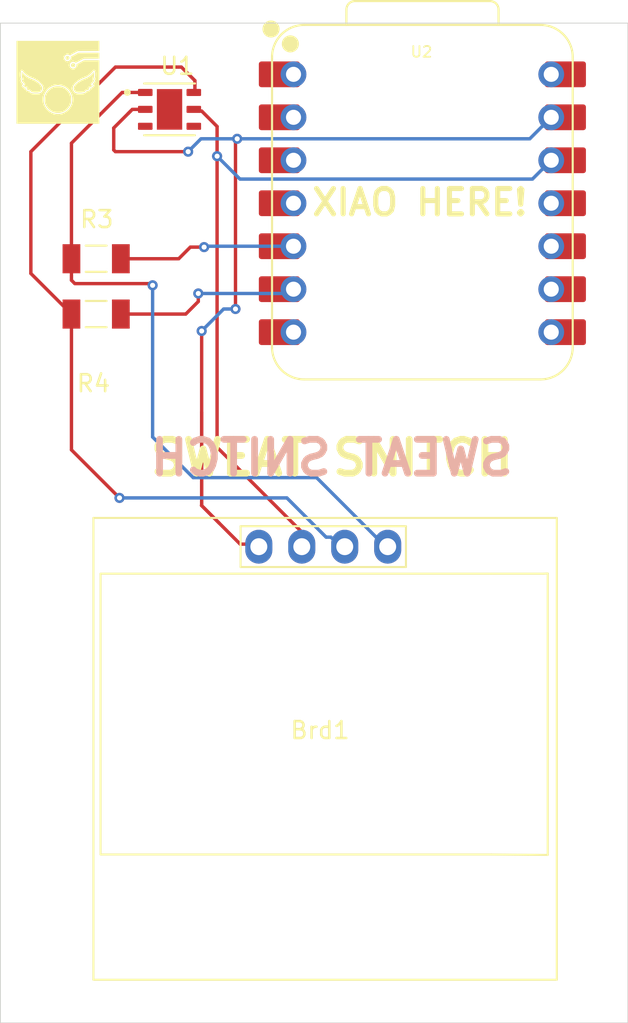
<source format=kicad_pcb>
(kicad_pcb (version 20241229) (generator "pcbnew") (generator_version "9.0")
  (layers (0 "F.Cu" signal) (2 "B.Cu" signal) (13 "F.Paste" user) (15 "B.Paste" user) (5 "F.SilkS" user "F.Silkscreen") (7 "B.SilkS" user "B.Silkscreen") (1 "F.Mask" user) (3 "B.Mask" user) (25 "Edge.Cuts" user))
  (net 0 "")
  (net 2 "Net-(U2-GPIO6{slash}SDA)")
  (net 3 "SDA")
  (net 4 "SCL")
  (net 5 "Net-(U2-GPIO7{slash}SCL)")
  (net 6 "VDD")
  (net 7 "unconnected-(U2-GPIO4{slash}MISO-Pad10)")
  (net 8 "unconnected-(U2-GPIO29{slash}ADC3{slash}A3-Pad4)")
  (net 9 "unconnected-(U2-GPIO0{slash}TX-Pad7)")
  (net 10 "unconnected-(U2-GPIO28{slash}ADC2{slash}A2-Pad3)")
  (net 11 "unconnected-(U2-GPIO3{slash}MOSI-Pad11)")
  (net 12 "unconnected-(U2-GPIO26{slash}ADC0{slash}A0-Pad1)")
  (net 13 "unconnected-(U2-GPIO27{slash}ADC1{slash}A1-Pad2)")
  (net 14 "unconnected-(U2-GPIO1{slash}RX-Pad8)")
  (net 15 "unconnected-(U2-VBUS-Pad14)")
  (net 16 "unconnected-(U2-GPIO2{slash}SCK-Pad9)")
  (net 17 "GND")
  (footprint "LOGO" (layer "F.Cu") (at 72.1 95)
    (property "Reference" "G***" (hide yes))
    (property "Value" "LOGO" (hide yes))
    (fp_poly (pts (xy 0.597585 -1.557592) (xy 0.621369 -1.547477) (xy 0.646 -1.526) (xy 0.66783 -1.500841) (xy 0.677718 -1.476971) (xy 0.68 -1.445) (xy 0.677591 -1.412415) (xy 0.667476 -1.388631) (xy 0.646 -1.364) (xy 0.62084 -1.34217) (xy 0.59697 -1.332282) (xy 0.565 -1.33) (xy 0.532414 -1.332409) (xy 0.50863 -1.342524) (xy 0.484 -1.364) (xy 0.462169 -1.38916) (xy 0.452281 -1.41303) (xy 0.45 -1.445) (xy 0.452408 -1.477586) (xy 0.462523 -1.50137) (xy 0.484 -1.526) (xy 0.509159 -1.547831) (xy 0.533029 -1.557719) (xy 0.565 -1.56)) (fill yes) (layer "F.SilkS"))
    (fp_poly (pts (xy 0.933572 -1.128247) (xy 0.956698 -1.120504) (xy 0.978803 -1.103044) (xy 0.986 -1.096) (xy 1.006805 -1.072514) (xy 1.016863 -1.050613) (xy 1.0199 -1.020873) (xy 1.02 -1.01) (xy 1.018246 -0.976428) (xy 1.010503 -0.953302) (xy 0.993043 -0.931197) (xy 0.986 -0.924) (xy 0.962513 -0.903195) (xy 0.940612 -0.893137) (xy 0.910872 -0.8901) (xy 0.9 -0.89) (xy 0.866427 -0.891754) (xy 0.843301 -0.899497) (xy 0.821196 -0.916957) (xy 0.814 -0.924) (xy 0.793194 -0.947487) (xy 0.783136 -0.969388) (xy 0.780099 -0.999128) (xy 0.78 -1.01) (xy 0.781753 -1.043573) (xy 0.789496 -1.066699) (xy 0.806956 -1.088804) (xy 0.814 -1.096) (xy 0.837486 -1.116806) (xy 0.859387 -1.126864) (xy 0.889127 -1.129901) (xy 0.9 -1.13)) (fill yes) (layer "F.SilkS"))
    (fp_poly (pts (xy 0 0.235273) (xy 0.062596 0.235591) (xy 0.109621 0.236647) (xy 0.145501 0.238946) (xy 0.174665 0.242996) (xy 0.201538 0.249304) (xy 0.230549 0.258376) (xy 0.245 0.263329) (xy 0.349136 0.306319) (xy 0.440479 0.35965) (xy 0.525142 0.427148) (xy 0.559768 0.460231) (xy 0.633569 0.543016) (xy 0.691986 0.629915) (xy 0.738855 0.727051) (xy 0.756944 0.775) (xy 0.767449 0.806128) (xy 0.77494 0.832991) (xy 0.779915 0.859991) (xy 0.782875 0.891529) (xy 0.784317 0.932006) (xy 0.784741 0.985825) (xy 0.784726 1.02) (xy 0.784408 1.082596) (xy 0.783352 1.129621) (xy 0.781053 1.165501) (xy 0.777003 1.194665) (xy 0.770695 1.221538) (xy 0.761623 1.250549) (xy 0.75667 1.265) (xy 0.71368 1.369136) (xy 0.660349 1.460479) (xy 0.592851 1.545142) (xy 0.559768 1.579768) (xy 0.4752 1.654955) (xy 0.386546 1.713967) (xy 0.287821 1.760537) (xy 0.245 1.776236) (xy 0.208955 1.787739) (xy 0.176224 1.795727) (xy 0.141357 1.800952) (xy 0.098903 1.804164) (xy 0.043412 1.806113) (xy 0.025 1.806531) (xy -0.060267 1.806595) (xy -0.12789 1.802876) (xy -0.175 1.795857) (xy -0.292485 1.759415) (xy -0.401381 1.705213) (xy -0.502428 1.632834) (xy -0.565 1.57508) (xy -0.641176 1.487068) (xy -0.701884 1.391624) (xy -0.750105 1.283929) (xy -0.756945 1.265) (xy -0.76745 1.233871) (xy -0.774941 1.207008) (xy -0.779916 1.180008) (xy -0.782876 1.14847) (xy -0.784318 1.107993) (xy -0.784742 1.054174) (xy -0.784727 1.02) (xy -0.784409 0.957403) (xy -0.783353 0.910378) (xy -0.781054 0.874498) (xy -0.777004 0.845334) (xy -0.770696 0.818461) (xy -0.761624 0.78945) (xy -0.756671 0.775) (xy -0.713681 0.670863) (xy -0.66035 0.57952) (xy -0.592852 0.494857) (xy -0.559769 0.460231) (xy -0.476984 0.38643) (xy -0.390085 0.328013) (xy -0.292949 0.281144) (xy -0.245 0.263055) (xy -0.213872 0.25255) (xy -0.187009 0.245059) (xy -0.160009 0.240084) (xy -0.128471 0.237124) (xy -0.087994 0.235682) (xy -0.034175 0.235258)) (fill yes) (layer "F.SilkS"))
    (fp_poly (pts (xy 2.13263 -0.584398) (xy 2.136904 -0.557192) (xy 2.138526 -0.511624) (xy 2.138927 -0.48) (xy 2.136327 -0.396866) (xy 2.127176 -0.320442) (xy 2.112205 -0.25562) (xy 2.100638 -0.224115) (xy 2.089826 -0.195691) (xy 2.088343 -0.174916) (xy 2.095537 -0.152103) (xy 2.095767 -0.151555) (xy 2.107464 -0.130288) (xy 2.118464 -0.120142) (xy 2.119517 -0.12) (xy 2.127501 -0.111474) (xy 2.13 -0.095898) (xy 2.122553 -0.071159) (xy 2.102352 -0.038386) (xy 2.072608 -0.001596) (xy 2.036529 0.035195) (xy 2.001555 0.064793) (xy 1.97506 0.086229) (xy 1.956456 0.103633) (xy 1.95 0.112712) (xy 1.957796 0.136617) (xy 1.97628 0.154947) (xy 1.992851 0.160136) (xy 2.025959 0.16357) (xy 2.050135 0.172128) (xy 2.05998 0.183859) (xy 2.06 0.184423) (xy 2.050893 0.203433) (xy 2.025635 0.226033) (xy 1.987316 0.250362) (xy 1.939028 0.274558) (xy 1.88386 0.29676) (xy 1.86 0.304846) (xy 1.828646 0.315679) (xy 1.805204 0.325235) (xy 1.796767 0.329961) (xy 1.799205 0.339143) (xy 1.81505 0.353394) (xy 1.824267 0.359547) (xy 1.84657 0.376575) (xy 1.859044 0.392397) (xy 1.86 0.396368) (xy 1.850874 0.409654) (xy 1.826121 0.425379) (xy 1.789679 0.441826) (xy 1.745484 0.457279) (xy 1.697474 0.470022) (xy 1.685 0.47265) (xy 1.648598 0.480332) (xy 1.627413 0.487163) (xy 1.616994 0.495932) (xy 1.612891 0.509427) (xy 1.611851 0.518471) (xy 1.601597 0.549029) (xy 1.58685 0.564707) (xy 1.556516 0.57766) (xy 1.510467 0.588719) (xy 1.452923 0.597599) (xy 1.388102 0.604016) (xy 1.320225 0.607685) (xy 1.253512 0.608321) (xy 1.192181 0.60564) (xy 1.140453 0.599356) (xy 1.124069 0.595934) (xy 1.069964 0.578929) (xy 1.029363 0.555464) (xy 0.997155 0.5213) (xy 0.968226 0.472202) (xy 0.96372 0.46301) (xy 0.945461 0.423204) (xy 0.935282 0.394291) (xy 0.931608 0.369649) (xy 0.93286 0.342658) (xy 0.933558 0.336428) (xy 0.95129 0.264563) (xy 0.9876 0.194019) (xy 1.043045 0.123844) (xy 1.078394 0.088336) (xy 1.199741 -0.0126) (xy 1.334507 -0.10048) (xy 1.479535 -0.173439) (xy 1.6 -0.21954) (xy 1.719435 -0.269463) (xy 1.835599 -0.338882) (xy 1.94805 -0.427493) (xy 2.052801 -0.531101) (xy 2.08579 -0.566594) (xy 2.108884 -0.588025) (xy 2.123893 -0.594317)) (fill yes) (layer "F.SilkS"))
    (fp_poly (pts (xy -2.099031 -0.579663) (xy -2.071461 -0.551416) (xy -2.052802 -0.531101) (xy -1.945526 -0.425111) (xy -1.83423 -0.337908) (xy -1.717365 -0.268428) (xy -1.59338 -0.215612) (xy -1.590845 -0.214728) (xy -1.432252 -0.150236) (xy -1.287232 -0.071713) (xy -1.156352 0.020508) (xy -1.080744 0.08612) (xy -1.015858 0.155373) (xy -0.969949 0.223645) (xy -0.942144 0.292417) (xy -0.933559 0.336428) (xy -0.931516 0.364677) (xy -0.934084 0.389259) (xy -0.942843 0.416794) (xy -0.959369 0.453905) (xy -0.963721 0.46301) (xy -0.991564 0.513492) (xy -1.021384 0.548791) (xy -1.058594 0.573428) (xy -1.108605 0.591922) (xy -1.122753 0.595853) (xy -1.164801 0.603136) (xy -1.221122 0.607392) (xy -1.286223 0.608653) (xy -1.354613 0.606949) (xy -1.4208 0.60231) (xy -1.479291 0.594768) (xy -1.484682 0.593823) (xy -1.538213 0.58245) (xy -1.574755 0.569897) (xy -1.597311 0.554385) (xy -1.608882 0.534134) (xy -1.611852 0.518471) (xy -1.614498 0.501693) (xy -1.621308 0.490988) (xy -1.636734 0.483568) (xy -1.665225 0.476645) (xy -1.685 0.47265) (xy -1.733356 0.460881) (xy -1.778907 0.44596) (xy -1.817717 0.429605) (xy -1.845849 0.413531) (xy -1.859366 0.399454) (xy -1.86 0.396368) (xy -1.852139 0.382229) (xy -1.832529 0.364998) (xy -1.825 0.36) (xy -1.80314 0.344881) (xy -1.790927 0.333313) (xy -1.79 0.331074) (xy -1.798786 0.324658) (xy -1.821244 0.316261) (xy -1.838728 0.311292) (xy -1.88843 0.295719) (xy -1.937829 0.275321) (xy -1.983291 0.252182) (xy -2.021184 0.228385) (xy -2.047872 0.206015) (xy -2.059723 0.187153) (xy -2.060001 0.184423) (xy -2.050916 0.172596) (xy -2.027262 0.163855) (xy -1.994437 0.160153) (xy -1.992852 0.160136) (xy -1.971175 0.151422) (xy -1.954623 0.130977) (xy -1.95 0.112712) (xy -1.957379 0.102664) (xy -1.976652 0.084862) (xy -2.001556 0.064793) (xy -2.040579 0.031396) (xy -2.076136 -0.005587) (xy -2.105016 -0.04214) (xy -2.12401 -0.074248) (xy -2.13 -0.095898) (xy -2.126552 -0.114259) (xy -2.120257 -0.12) (xy -2.109431 -0.128001) (xy -2.096345 -0.147433) (xy -2.095442 -0.149147) (xy -2.086982 -0.168976) (xy -2.086555 -0.186527) (xy -2.094646 -0.210333) (xy -2.099574 -0.221707) (xy -2.118965 -0.280847) (xy -2.132181 -0.354624) (xy -2.138522 -0.438441) (xy -2.138928 -0.48) (xy -2.137972 -0.535634) (xy -2.135315 -0.572343) (xy -2.129147 -0.591201) (xy -2.117656 -0.593283)) (fill yes) (layer "F.SilkS"))
    (fp_poly (pts (xy 2.45 -2.150218) (xy 2.45 -1.850435) (xy 1.8175 -1.847718) (xy 1.185 -1.845) (xy 0.946939 -1.717407) (xy 0.708879 -1.589814) (xy 0.663623 -1.616336) (xy 0.608463 -1.638814) (xy 0.553926 -1.643633) (xy 0.50228 -1.633064) (xy 0.455795 -1.60938) (xy 0.416739 -1.574854) (xy 0.38738 -1.531758) (xy 0.369987 -1.482365) (xy 0.366828 -1.428947) (xy 0.380173 -1.373776) (xy 0.393837 -1.346083) (xy 0.431988 -1.29856) (xy 0.479355 -1.26643) (xy 0.532386 -1.249686) (xy 0.587531 -1.248325) (xy 0.641242 -1.26234) (xy 0.689968 -1.291727) (xy 0.730158 -1.336481) (xy 0.736447 -1.346569) (xy 0.752955 -1.379596) (xy 0.76083 -1.411593) (xy 0.762513 -1.452695) (xy 0.762484 -1.454757) (xy 0.761542 -1.516908) (xy 0.981327 -1.633454) (xy 1.201113 -1.750001) (xy 1.825556 -1.750001) (xy 2.45 -1.75) (xy 2.45 -1.575288) (xy 2.45 -1.400576) (xy 1.9875 -1.397788) (xy 1.525 -1.395) (xy 1.296416 -1.2725) (xy 1.234379 -1.239469) (xy 1.177909 -1.20981) (xy 1.129464 -1.184783) (xy 1.0915 -1.165643) (xy 1.066473 -1.153648) (xy 1.057061 -1.15) (xy 1.042733 -1.156301) (xy 1.023553 -1.171359) (xy 1.000331 -1.186514) (xy 0.967326 -1.200626) (xy 0.950409 -1.205794) (xy 0.889987 -1.212699) (xy 0.83507 -1.202747) (xy 0.787225 -1.178686) (xy 0.74802 -1.143269) (xy 0.719024 -1.099245) (xy 0.701804 -1.049366) (xy 0.697928 -0.996382) (xy 0.708964 -0.943044) (xy 0.73648 -0.892102) (xy 0.757647 -0.867648) (xy 0.808053 -0.83013) (xy 0.864196 -0.810308) (xy 0.922531 -0.808208) (xy 0.979514 -0.823854) (xy 1.031598 -0.857273) (xy 1.040631 -0.865617) (xy 1.077948 -0.912661) (xy 1.09782 -0.965643) (xy 1.10223 -1.020866) (xy 1.101208 -1.066731) (xy 1.32116 -1.183366) (xy 1.541113 -1.3) (xy 1.995556 -1.3) (xy 2.45 -1.3) (xy 2.45 0.575) (xy 2.45 2.45) (xy 0 2.45) (xy -2.45 2.45) (xy -2.45 1.069042) (xy -0.852959 1.069042) (xy -0.8375 1.188101) (xy -0.805039 1.304506) (xy -0.755574 1.416373) (xy -0.689106 1.521819) (xy -0.605635 1.618961) (xy -0.588642 1.635573) (xy -0.48561 1.720818) (xy -0.375497 1.787425) (xy -0.258888 1.835229) (xy -0.136373 1.864063) (xy -0.008536 1.873762) (xy 0.124033 1.864159) (xy 0.183237 1.853874) (xy 0.298966 1.820325) (xy 0.409035 1.768995) (xy 0.511411 1.701768) (xy 0.604057 1.620532) (xy 0.684938 1.527173) (xy 0.752019 1.423579) (xy 0.803264 1.311634) (xy 0.818959 1.264647) (xy 0.84571 1.141161) (xy 0.853626 1.015209) (xy 0.843151 0.889458) (xy 0.814728 0.766572) (xy 0.768799 0.649219) (xy 0.705807 0.540064) (xy 0.696375 0.526597) (xy 0.654609 0.474447) (xy 0.602957 0.419188) (xy 0.55591 0.374761) (xy 0.87139 0.374761) (xy 0.873278 0.398912) (xy 0.880254 0.423486) (xy 0.893927 0.454521) (xy 0.911569 0.489613) (xy 0.945147 0.54802) (xy 0.979269 0.590427) (xy 1.018147 0.620497) (xy 1.065996 0.641889) (xy 1.097625 0.651273) (xy 1.153848 0.661536) (xy 1.223629 0.667535) (xy 1.300972 0.669217) (xy 1.379884 0.666527) (xy 1.454368 0.659409) (xy 1.484447 0.654816) (xy 1.553857 0.639846) (xy 1.604585 0.622145) (xy 1.637834 0.601117) (xy 1.654809 0.576164) (xy 1.656599 0.569501) (xy 1.667372 0.54494) (xy 1.688775 0.534108) (xy 1.762611 0.515247) (xy 1.824032 0.493393) (xy 1.869995 0.469725) (xy 1.886022 0.45776) (xy 1.90816 0.436137) (xy 1.917601 0.418141) (xy 1.917984 0.395858) (xy 1.917246 0.389836) (xy 1.915415 0.371105) (xy 1.918438 0.358219) (xy 1.929866 0.347359) (xy 1.953248 0.334704) (xy 1.980329 0.32194) (xy 2.020228 0.300886) (xy 2.058225 0.276738) (xy 2.084782 0.255852) (xy 2.107212 0.232229) (xy 2.11721 0.212362) (xy 2.11849 0.188199) (xy 2.118145 0.183531) (xy 2.11103 0.152721) (xy 2.092129 0.130722) (xy 2.083125 0.12424) (xy 2.051251 0.102836) (xy 2.091893 0.063918) (xy 2.139226 0.012025) (xy 2.171274 -0.037597) (xy 2.187423 -0.08321) (xy 2.187057 -0.123079) (xy 2.169564 -0.155464) (xy 2.169461 -0.155574) (xy 2.148923 -0.177436) (xy 2.170523 -0.241218) (xy 2.182509 -0.289513) (xy 2.19152 -0.351322) (xy 2.197197 -0.420331) (xy 2.199184 -0.490228) (xy 2.197123 -0.554697) (xy 2.191121 -0.605) (xy 2.179293 -0.649825) (xy 2.163049 -0.686522) (xy 2.14473 -0.710484) (xy 2.134391 -0.716637) (xy 2.124398 -0.710532) (xy 2.107042 -0.691743) (xy 2.085993 -0.664266) (xy 2.085 -0.662864) (xy 2.042892 -0.609512) (xy 1.989219 -0.550841) (xy 1.929362 -0.492154) (xy 1.868699 -0.438758) (xy 1.818374 -0.399969) (xy 1.735851 -0.346312) (xy 1.65677 -0.305242) (xy 1.573368 -0.272778) (xy 1.565 -0.270017) (xy 1.444515 -0.223229) (xy 1.322568 -0.161888) (xy 1.205745 -0.089748) (xy 1.100631 -0.010563) (xy 1.082176 0.005276) (xy 1.01161 0.071417) (xy 0.957553 0.132268) (xy 0.918249 0.190685) (xy 0.891939 0.249521) (xy 0.876866 0.311631) (xy 0.872978 0.345) (xy 0.87139 0.374761) (xy 0.55591 0.374761) (xy 0.547594 0.366908) (xy 0.494692 0.323695) (xy 0.48 0.313256) (xy 0.368712 0.249351) (xy 0.250529 0.203409) (xy 0.127656 0.175611) (xy 0.0023 0.16614) (xy -0.123335 0.17518) (xy -0.247042 0.202912) (xy -0.355119 0.244101) (xy -0.429867 0.28237) (xy -0.495332 0.324989) (xy -0.559349 0.377338) (xy -0.588642 0.404426) (xy -0.675203 0.499856) (xy -0.744761 0.603934) (xy -0.797315 0.714774) (xy -0.832866 0.830495) (xy -0.851414 0.949212) (xy -0.852959 1.069042) (xy -2.45 1.069042) (xy -2.45 0) (xy -2.45 -0.50083) (xy -2.199828 -0.50083) (xy -2.199678 -0.433346) (xy -2.194682 -0.365099) (xy -2.184654 -0.299236) (xy -2.16941 -0.238906) (xy -2.163591 -0.221807) (xy -2.154541 -0.194655) (xy -2.153486 -0.178282) (xy -2.161059 -0.164871) (xy -2.168909 -0.156163) (xy -2.186822 -0.123465) (xy -2.187453 -0.083415) (xy -2.171377 -0.037659) (xy -2.139172 0.012154) (xy -2.091894 0.063918) (xy -2.051252 0.102836) (xy -2.083126 0.12424) (xy -2.106758 0.145489) (xy -2.11684 0.172485) (xy -2.118159 0.183749) (xy -2.118197 0.207695) (xy -2.111194 0.226465) (xy -2.093649 0.247027) (xy -2.079748 0.260232) (xy -2.047336 0.285271) (xy -2.006317 0.310499) (xy -1.975014 0.326127) (xy -1.941872 0.341029) (xy -1.92343 0.351993) (xy -1.915996 0.362937) (xy -1.915876 0.377776) (xy -1.917315 0.387324) (xy -1.913574 0.422918) (xy -1.890232 0.455158) (xy -1.847253 0.484068) (xy -1.784606 0.509672) (xy -1.713604 0.529386) (xy -1.682684 0.538036) (xy -1.666054 0.547866) (xy -1.658197 0.56283) (xy -1.656428 0.570364) (xy -1.640786 0.598522) (xy -1.606764 0.622222) (xy -1.555543 0.64117) (xy -1.488304 0.655074) (xy -1.406228 0.66364) (xy -1.310497 0.666576) (xy -1.27 0.666139) (xy -1.201932 0.66389) (xy -1.149762 0.660167) (xy -1.109414 0.654523) (xy -1.076814 0.646514) (xy -1.07 0.644296) (xy -1.007784 0.612703) (xy -0.954896 0.563895) (xy -0.912209 0.498779) (xy -0.895948 0.462877) (xy -0.877405 0.404587) (xy -0.871791 0.350452) (xy -0.879229 0.294164) (xy -0.899842 0.229414) (xy -0.900562 0.227542) (xy -0.932113 0.167539) (xy -0.98056 0.104227) (xy -1.043468 0.039425) (xy -1.118401 -0.025047) (xy -1.202923 -0.087371) (xy -1.294599 -0.145728) (xy -1.390994 -0.198298) (xy -1.489672 -0.243263) (xy -1.57125 -0.273401) (xy -1.615794 -0.289199) (xy -1.660273 -0.306921) (xy -1.6953 -0.32282) (xy -1.69625 -0.323303) (xy -1.771588 -0.367972) (xy -1.851143 -0.425928) (xy -1.929845 -0.492742) (xy -2.002625 -0.563988) (xy -2.064414 -0.635237) (xy -2.085 -0.662864) (xy -2.106131 -0.690644) (xy -2.123737 -0.709918) (xy -2.134147 -0.716691) (xy -2.134392 -0.716637) (xy -2.155685 -0.700183) (xy -2.173061 -0.667227) (xy -2.186334 -0.620918) (xy -2.195318 -0.564403) (xy -2.199828 -0.50083) (xy -2.45 -0.50083) (xy -2.45 -2.45) (xy 0 -2.45) (xy 2.45 -2.45)) (fill yes) (layer "F.SilkS"))
  )
  (footprint "eeeeeeeeeeeeeeeeeeeee:SON100P300X300X80-7N" (layer "F.Cu") (at 78.7 96.6)
    (property "Reference" "U1" (at 0.465 -2.562 0) (layer "F.SilkS"))
    (property "Value" "HDC1080DMBR")
    (fp_line (start -1.5 -1.53) (end 1.5 -1.53) (stroke (width 0.127)) (layer "F.SilkS"))
    (fp_line (start -1.5 1.53) (end 1.5 1.53) (stroke (width 0.127)) (layer "F.SilkS"))
    (fp_circle (center -2.495 -1) (end -2.395 -1) (stroke (width 0.2)) (fill no) (layer "F.SilkS"))
    (pad "1" smd roundrect (at -1.435 -1) (size 0.86 0.42) (layers "F.Cu" "F.Mask" "F.Paste") (roundrect_rratio 0.125) (net 3 "SDA"))
    (pad "2" smd roundrect (at -1.435 0) (size 0.86 0.42) (layers "F.Cu" "F.Mask" "F.Paste") (roundrect_rratio 0.125) (net 17 "GND"))
    (pad "3" smd roundrect (at -1.435 1) (size 0.86 0.42) (layers "F.Cu" "F.Mask" "F.Paste") (roundrect_rratio 0.125))
    (pad "4" smd roundrect (at 1.435 1) (size 0.86 0.42) (layers "F.Cu" "F.Mask" "F.Paste") (roundrect_rratio 0.125))
    (pad "5" smd roundrect (at 1.435 0) (size 0.86 0.42) (layers "F.Cu" "F.Mask" "F.Paste") (roundrect_rratio 0.125) (net 6 "VDD"))
    (pad "6" smd roundrect (at 1.435 -1) (size 0.86 0.42) (layers "F.Cu" "F.Mask" "F.Paste") (roundrect_rratio 0.125) (net 4 "SCL"))
    (pad "7" smd rect (at 0 0) (size 1.5 2.4) (layers "F.Cu" "F.Mask"))
  )
  (footprint "2:XIAO-RP2040-DIP" (layer "F.Cu") (at 93.651 102.1495)
    (property "Reference" "U2" (at -0.051 -8.9495 0) (layer "F.SilkS") (effects (font (size 0.635 0.635) (thickness 0.1016))))
    (property "Value" "XIAO-RP2040-DIP")
    (fp_line (start -8.89 8.509) (end -8.89 -8.636) (stroke (width 0.127)) (layer "F.SilkS"))
    (fp_line (start -6.985 10.414) (end 6.985 10.414) (stroke (width 0.127)) (layer "F.SilkS"))
    (fp_line (start -4.495 -10.541) (end -4.491272 -11.451272) (stroke (width 0.127)) (layer "F.SilkS"))
    (fp_line (start -3.991272 -11.951) (end 4.004 -11.951) (stroke (width 0.127)) (layer "F.SilkS"))
    (fp_line (start 4.504 -11.451) (end 4.504 -10.541) (stroke (width 0.127)) (layer "F.SilkS"))
    (fp_line (start 6.985 -10.541) (end -6.985 -10.541) (stroke (width 0.1)) (layer "F.SilkS"))
    (fp_line (start 6.985 -10.541) (end -6.985 -10.541) (stroke (width 0.127)) (layer "F.SilkS"))
    (fp_line (start 8.89 8.509) (end 8.89 -8.636) (stroke (width 0.127)) (layer "F.SilkS"))
    (fp_arc (start -8.89 -8.636) (mid -8.332038 -9.983038) (end -6.985 -10.541) (stroke (width 0.127)) (layer "F.SilkS"))
    (fp_arc (start -6.985 10.414) (mid -8.332038 9.856038) (end -8.89 8.509) (stroke (width 0.127)) (layer "F.SilkS"))
    (fp_arc (start -4.491272 -11.451272) (mid -4.344728 -11.80464) (end -3.991272 -11.951) (stroke (width 0.127)) (layer "F.SilkS"))
    (fp_arc (start 4.004 -11.951) (mid 4.357553 -11.804553) (end 4.504 -11.451) (stroke (width 0.127)) (layer "F.SilkS"))
    (fp_arc (start 6.985 -10.541) (mid 8.332038 -9.983038) (end 8.89 -8.636) (stroke (width 0.127)) (layer "F.SilkS"))
    (fp_arc (start 8.89 8.509) (mid 8.332038 9.856038) (end 6.985 10.414) (stroke (width 0.127)) (layer "F.SilkS"))
    (fp_circle (center -8.95 -10.3) (end -8.95 -10.554) (stroke (width 0.5)) (fill yes) (layer "F.SilkS"))
    (fp_circle (center -7.807 -9.42) (end -7.807 -9.674) (stroke (width 0.5)) (fill yes) (layer "F.SilkS"))
    (pad "1" smd roundrect (at -8.455 -7.62 180) (size 2.432 1.524) (layers "F.Cu" "F.Mask") (roundrect_rratio 0.1) (net 12 "unconnected-(U2-GPIO26{slash}ADC0{slash}A0-Pad1)"))
    (pad "1" thru_hole circle (at -7.62 -7.62 180) (size 1.524 1.524) (drill 0.889) (layers "*.Cu" "*.Mask") (net 12 "unconnected-(U2-GPIO26{slash}ADC0{slash}A0-Pad1)"))
    (pad "2" smd roundrect (at -8.455 -5.08 180) (size 2.432 1.524) (layers "F.Cu" "F.Mask") (roundrect_rratio 0.1) (net 13 "unconnected-(U2-GPIO27{slash}ADC1{slash}A1-Pad2)"))
    (pad "2" thru_hole circle (at -7.62 -5.08 180) (size 1.524 1.524) (drill 0.889) (layers "*.Cu" "*.Mask") (net 13 "unconnected-(U2-GPIO27{slash}ADC1{slash}A1-Pad2)"))
    (pad "3" smd roundrect (at -8.455 -2.54 180) (size 2.432 1.524) (layers "F.Cu" "F.Mask") (roundrect_rratio 0.1) (net 10 "unconnected-(U2-GPIO28{slash}ADC2{slash}A2-Pad3)"))
    (pad "3" thru_hole circle (at -7.62 -2.54 180) (size 1.524 1.524) (drill 0.889) (layers "*.Cu" "*.Mask") (net 10 "unconnected-(U2-GPIO28{slash}ADC2{slash}A2-Pad3)"))
    (pad "4" smd roundrect (at -8.455 0 180) (size 2.432 1.524) (layers "F.Cu" "F.Mask") (roundrect_rratio 0.1) (net 8 "unconnected-(U2-GPIO29{slash}ADC3{slash}A3-Pad4)"))
    (pad "4" thru_hole circle (at -7.62 0 180) (size 1.524 1.524) (drill 0.889) (layers "*.Cu" "*.Mask") (net 8 "unconnected-(U2-GPIO29{slash}ADC3{slash}A3-Pad4)"))
    (pad "5" smd roundrect (at -8.455 2.54 180) (size 2.432 1.524) (layers "F.Cu" "F.Mask") (roundrect_rratio 0.1) (net 2 "Net-(U2-GPIO6{slash}SDA)"))
    (pad "5" thru_hole circle (at -7.62 2.54 180) (size 1.524 1.524) (drill 0.889) (layers "*.Cu" "*.Mask") (net 2 "Net-(U2-GPIO6{slash}SDA)"))
    (pad "6" smd roundrect (at -8.455 5.08 180) (size 2.432 1.524) (layers "F.Cu" "F.Mask") (roundrect_rratio 0.1) (net 5 "Net-(U2-GPIO7{slash}SCL)"))
    (pad "6" thru_hole circle (at -7.62 5.08 180) (size 1.524 1.524) (drill 0.889) (layers "*.Cu" "*.Mask") (net 5 "Net-(U2-GPIO7{slash}SCL)"))
    (pad "7" smd roundrect (at -8.455 7.62 180) (size 2.432 1.524) (layers "F.Cu" "F.Mask") (roundrect_rratio 0.1) (net 9 "unconnected-(U2-GPIO0{slash}TX-Pad7)"))
    (pad "7" thru_hole circle (at -7.62 7.62 180) (size 1.524 1.524) (drill 0.889) (layers "*.Cu" "*.Mask") (net 9 "unconnected-(U2-GPIO0{slash}TX-Pad7)"))
    (pad "8" thru_hole circle (at 7.62 7.62) (size 1.524 1.524) (drill 0.889) (layers "*.Cu" "*.Mask") (net 14 "unconnected-(U2-GPIO1{slash}RX-Pad8)"))
    (pad "8" smd roundrect (at 8.455 7.62) (size 2.432 1.524) (layers "F.Cu" "F.Mask") (roundrect_rratio 0.1) (net 14 "unconnected-(U2-GPIO1{slash}RX-Pad8)"))
    (pad "9" thru_hole circle (at 7.62 5.08) (size 1.524 1.524) (drill 0.889) (layers "*.Cu" "*.Mask") (net 16 "unconnected-(U2-GPIO2{slash}SCK-Pad9)"))
    (pad "9" smd roundrect (at 8.455 5.08) (size 2.432 1.524) (layers "F.Cu" "F.Mask") (roundrect_rratio 0.1) (net 16 "unconnected-(U2-GPIO2{slash}SCK-Pad9)"))
    (pad "10" thru_hole circle (at 7.62 2.54) (size 1.524 1.524) (drill 0.889) (layers "*.Cu" "*.Mask") (net 7 "unconnected-(U2-GPIO4{slash}MISO-Pad10)"))
    (pad "10" smd roundrect (at 8.455 2.54) (size 2.432 1.524) (layers "F.Cu" "F.Mask") (roundrect_rratio 0.1) (net 7 "unconnected-(U2-GPIO4{slash}MISO-Pad10)"))
    (pad "11" thru_hole circle (at 7.62 0) (size 1.524 1.524) (drill 0.889) (layers "*.Cu" "*.Mask") (net 11 "unconnected-(U2-GPIO3{slash}MOSI-Pad11)"))
    (pad "11" smd roundrect (at 8.455 0) (size 2.432 1.524) (layers "F.Cu" "F.Mask") (roundrect_rratio 0.1) (net 11 "unconnected-(U2-GPIO3{slash}MOSI-Pad11)"))
    (pad "12" thru_hole circle (at 7.62 -2.54) (size 1.524 1.524) (drill 0.889) (layers "*.Cu" "*.Mask") (net 6 "VDD"))
    (pad "12" smd roundrect (at 8.455 -2.54) (size 2.432 1.524) (layers "F.Cu" "F.Mask") (roundrect_rratio 0.1) (net 6 "VDD"))
    (pad "13" thru_hole circle (at 7.62 -5.08) (size 1.524 1.524) (drill 0.889) (layers "*.Cu" "*.Mask") (net 17 "GND"))
    (pad "13" smd roundrect (at 8.455 -5.08) (size 2.432 1.524) (layers "F.Cu" "F.Mask") (roundrect_rratio 0.1) (net 17 "GND"))
    (pad "14" thru_hole circle (at 7.62 -7.62) (size 1.524 1.524) (drill 0.889) (layers "*.Cu" "*.Mask") (net 15 "unconnected-(U2-VBUS-Pad14)"))
    (pad "14" smd roundrect (at 8.455 -7.62) (size 2.432 1.524) (layers "F.Cu" "F.Mask") (roundrect_rratio 0.1) (net 15 "unconnected-(U2-VBUS-Pad14)"))
  )
  (footprint "res:RESC3115X65N" (layer "F.Cu") (at 74.36 105.43)
    (property "Reference" "R3" (at 0.04 -2.33 0) (layer "F.SilkS"))
    (property "Value" "1206W4F4701T5E")
    (fp_line (start -0.615 -0.775) (end 0.615 -0.775) (stroke (width 0.127)) (layer "F.SilkS"))
    (fp_line (start -0.615 0.775) (end 0.615 0.775) (stroke (width 0.127)) (layer "F.SilkS"))
    (pad "1" smd rect (at -1.46 0) (size 1.05 1.72) (layers "F.Cu" "F.Mask" "F.Paste") (net 3 "SDA"))
    (pad "2" smd rect (at 1.46 0) (size 1.05 1.72) (layers "F.Cu" "F.Mask" "F.Paste") (net 2 "Net-(U2-GPIO6{slash}SDA)"))
  )
  (footprint "res:RESC3115X65N" (layer "F.Cu") (at 74.36 108.7)
    (property "Reference" "R4" (at -0.16 4.1 0) (layer "F.SilkS"))
    (property "Value" "1206W4F4701T5E")
    (fp_line (start -0.615 -0.775) (end 0.615 -0.775) (stroke (width 0.127)) (layer "F.SilkS"))
    (fp_line (start -0.615 0.775) (end 0.615 0.775) (stroke (width 0.127)) (layer "F.SilkS"))
    (pad "1" smd rect (at -1.46 0) (size 1.05 1.72) (layers "F.Cu" "F.Mask" "F.Paste") (net 4 "SCL"))
    (pad "2" smd rect (at 1.46 0) (size 1.05 1.72) (layers "F.Cu" "F.Mask" "F.Paste") (net 5 "Net-(U2-GPIO7{slash}SCL)"))
  )
  (footprint "SSD1306:128x64OLED" (layer "F.Cu") (at 87.6 133.05)
    (property "Reference" "Brd1" (at 0 0.254 0) (layer "F.SilkS"))
    (property "Value" "SSD1306")
    (fp_line (start -13.4 -12.3) (end 14 -12.3) (stroke (width 0.12)) (layer "F.SilkS"))
    (fp_line (start -13.4 15) (end -13.4 -12.3) (stroke (width 0.12)) (layer "F.SilkS"))
    (fp_line (start -12.978 -9.005) (end 10.122 -9.005) (stroke (width 0.12)) (layer "F.SilkS"))
    (fp_line (start -12.978 7.595) (end -12.978 -9.005) (stroke (width 0.12)) (layer "F.SilkS"))
    (fp_line (start -4.699 -11.811) (end -4.699 -9.398) (stroke (width 0.12)) (layer "F.SilkS"))
    (fp_line (start -4.699 -11.811) (end 5.08 -11.811) (stroke (width 0.12)) (layer "F.SilkS"))
    (fp_line (start 5.08 -11.811) (end 5.08 -9.398) (stroke (width 0.12)) (layer "F.SilkS"))
    (fp_line (start 5.08 -9.398) (end -4.699 -9.398) (stroke (width 0.12)) (layer "F.SilkS"))
    (fp_line (start 10.122 -9.005) (end 13.208 -9.005) (stroke (width 0.12)) (layer "F.SilkS"))
    (fp_line (start 10.122 7.595) (end -12.978 7.595) (stroke (width 0.12)) (layer "F.SilkS"))
    (fp_line (start 10.122 7.595) (end 13.462 7.62) (stroke (width 0.12)) (layer "F.SilkS"))
    (fp_line (start 13.462 -9.017) (end 13.208 -9.005) (stroke (width 0.12)) (layer "F.SilkS"))
    (fp_line (start 13.462 7.62) (end 13.462 -9.017) (stroke (width 0.12)) (layer "F.SilkS"))
    (fp_line (start 14 -12.3) (end 14 15) (stroke (width 0.12)) (layer "F.SilkS"))
    (fp_line (start 14 15) (end -13.4 15) (stroke (width 0.12)) (layer "F.SilkS"))
    (pad "1" thru_hole oval (at -3.62 -10.6 90) (size 2 1.6) (drill 1) (layers "*.Cu" "*.Mask") (net 17 "GND"))
    (pad "2" thru_hole oval (at -1.08 -10.6 90) (size 2 1.6) (drill 1) (layers "*.Cu" "*.Mask") (net 6 "VDD"))
    (pad "3" thru_hole oval (at 1.46 -10.6 90) (size 2 1.6) (drill 1) (layers "*.Cu" "*.Mask") (net 4 "SCL"))
    (pad "4" thru_hole oval (at 4 -10.6 90) (size 2 1.6) (drill 1) (layers "*.Cu" "*.Mask") (net 3 "SDA"))
  )
  (gr_rect (start 68.7 91.5) (end 105.8 150.6) (stroke (width 0.05)) (fill no) (layer "Edge.Cuts"))
  (gr_text "SWEAT SNITCH" (at 88.3 117.2 0) (layer "F.SilkS") (effects (font (size 2 2) (thickness 0.4) (bold yes))))
  (gr_text "XIAO HERE!" (at 93.5 102.1 0) (layer "F.SilkS") (effects (font (size 1.5 1.5) (thickness 0.3) (bold yes))))
  (gr_text "SWEAT SNITCH" (at 88.3 117.2 -0) (layer "B.SilkS") (effects (font (size 2 2) (thickness 0.4) (bold yes)) (justify mirror)))
  (segment (start 79.9292 104.7425) (end 80.7446 104.7425) (width 0.2) (layer "F.Cu") (net 2))
  (segment (start 79.2417 105.43) (end 75.82 105.43) (width 0.2) (layer "F.Cu") (net 2))
  (segment (start 79.9292 104.7425) (end 79.2417 105.43) (width 0.2) (layer "F.Cu") (net 2))
  (segment (start 86.031 104.6895) (end 85.196 104.6895) (width 0.2) (layer "F.Cu") (net 2))
  (via (at 80.7446 104.7425) (size 0.6) (drill 0.3) (layers "F.Cu" "B.Cu") (net 2))
  (segment (start 86.031 104.6895) (end 80.7976 104.6895) (width 0.2) (layer "B.Cu") (net 2))
  (segment (start 80.7976 104.6895) (end 80.7446 104.7425) (width 0.2) (layer "B.Cu") (net 2))
  (segment (start 77.265 95.6) (end 77.2 95.6) (width 0.2) (layer "F.Cu") (net 3))
  (segment (start 72.9 106.7) (end 73.1 106.9) (width 0.2) (layer "F.Cu") (net 3))
  (segment (start 75.9 95.6) (end 77.265 95.6) (width 0.2) (layer "F.Cu") (net 3))
  (segment (start 77.6 106.9) (end 77.7 107) (width 0.2) (layer "F.Cu") (net 3))
  (segment (start 77.2 95.6) (end 77.1 95.7) (width 0.2) (layer "F.Cu") (net 3))
  (segment (start 72.9 105.43) (end 72.9 106.7) (width 0.2) (layer "F.Cu") (net 3))
  (segment (start 73.1 106.9) (end 77.6 106.9) (width 0.2) (layer "F.Cu") (net 3))
  (segment (start 77.1 95.7) (end 77.2 95.7) (width 0.2) (layer "F.Cu") (net 3))
  (segment (start 72.9 98.6) (end 75.9 95.6) (width 0.2) (layer "F.Cu") (net 3))
  (segment (start 72.9 105.43) (end 72.9 98.6) (width 0.2) (layer "F.Cu") (net 3))
  (via (at 77.7 107) (size 0.6) (drill 0.3) (layers "F.Cu" "B.Cu") (net 3))
  (segment (start 91 122.1025) (end 91.51 122.6125) (width 0.2) (layer "B.Cu") (net 3))
  (segment (start 80.1 118.3685) (end 87.3968 118.3685) (width 0.2) (layer "B.Cu") (net 3))
  (segment (start 91.4783 122.45) (end 90.86415 121.83585) (width 0.2) (layer "B.Cu") (net 3))
  (segment (start 90.86415 121.83585) (end 91 121.9717) (width 0.2) (layer "B.Cu") (net 3))
  (segment (start 87.3968 118.3685) (end 90.86415 121.83585) (width 0.2) (layer "B.Cu") (net 3))
  (segment (start 77.7 115.9685) (end 80.1 118.3685) (width 0.2) (layer "B.Cu") (net 3))
  (segment (start 77.7 107) (end 77.7 115.9685) (width 0.2) (layer "B.Cu") (net 3))
  (segment (start 91.6 122.45) (end 91.4783 122.45) (width 0.2) (layer "B.Cu") (net 3))
  (segment (start 91 121.9717) (end 91 122.1025) (width 0.2) (layer "B.Cu") (net 3))
  (segment (start 80.2 94.9) (end 80.2 95.535) (width 0.2) (layer "F.Cu") (net 4))
  (segment (start 79.4 94.1) (end 80.2 94.9) (width 0.2) (layer "F.Cu") (net 4))
  (segment (start 80 95.7) (end 79.9 95.6) (width 0.2) (layer "F.Cu") (net 4))
  (segment (start 80.135 95.6) (end 79.9 95.6) (width 0.2) (layer "F.Cu") (net 4))
  (segment (start 70.5 99.1) (end 70.5 106.3) (width 0.2) (layer "F.Cu") (net 4))
  (segment (start 72.9 116.7264) (end 75.7411 119.5675) (width 0.2) (layer "F.Cu") (net 4))
  (segment (start 70.5 106.3) (end 72.9 108.7) (width 0.2) (layer "F.Cu") (net 4))
  (segment (start 80.2 95.535) (end 80.135 95.6) (width 0.2) (layer "F.Cu") (net 4))
  (segment (start 75.5 94.1) (end 79.4 94.1) (width 0.2) (layer "F.Cu") (net 4))
  (segment (start 75.5 94.1) (end 70.5 99.1) (width 0.2) (layer "F.Cu") (net 4))
  (segment (start 72.9 108.7) (end 72.9 116.7264) (width 0.2) (layer "F.Cu") (net 4))
  (via (at 75.7411 119.5675) (size 0.6) (drill 0.3) (layers "F.Cu" "B.Cu") (net 4))
  (segment (start 88.2444 121.8869) (end 88.52875 122.17125) (width 0.2) (layer "B.Cu") (net 4))
  (segment (start 88.8075 122.45) (end 88.52875 122.17125) (width 0.2) (layer "B.Cu") (net 4))
  (segment (start 88.52875 122.17125) (end 88.97 122.6125) (width 0.2) (layer "B.Cu") (net 4))
  (segment (start 75.7411 119.5675) (end 85.6389 119.5675) (width 0.2) (layer "B.Cu") (net 4))
  (segment (start 89.06 122.45) (end 88.8075 122.45) (width 0.2) (layer "B.Cu") (net 4))
  (segment (start 87.9583 121.8869) (end 88.2444 121.8869) (width 0.2) (layer "B.Cu") (net 4))
  (segment (start 85.6389 119.5675) (end 87.9583 121.8869) (width 0.2) (layer "B.Cu") (net 4))
  (segment (start 80.4 107.96) (end 79.66 108.7) (width 0.2) (layer "F.Cu") (net 5))
  (segment (start 85.196 107.2295) (end 86.031 107.2295) (width 0.2) (layer "F.Cu") (net 5))
  (segment (start 79.66 108.7) (end 75.82 108.7) (width 0.2) (layer "F.Cu") (net 5))
  (segment (start 80.4 107.4825) (end 80.4 107.96) (width 0.2) (layer "F.Cu") (net 5))
  (via (at 80.4 107.4825) (size 0.6) (drill 0.3) (layers "F.Cu" "B.Cu") (net 5))
  (segment (start 80.4 107.4825) (end 85.778 107.4825) (width 0.2) (layer "B.Cu") (net 5))
  (segment (start 85.778 107.4825) (end 86.031 107.2295) (width 0.2) (layer "B.Cu") (net 5))
  (segment (start 80.3 96.6) (end 80.4 96.7) (width 0.2) (layer "F.Cu") (net 6))
  (segment (start 81.5119 99.3672) (end 81.5119 116.5739) (width 0.2) (layer "F.Cu") (net 6))
  (segment (start 80.135 96.6) (end 80.3 96.6) (width 0.2) (layer "F.Cu") (net 6))
  (segment (start 80.4 96.7) (end 80.6017 96.7) (width 0.2) (layer "F.Cu") (net 6))
  (segment (start 81.5119 99.3672) (end 81.5119 97.6102) (width 0.2) (layer "F.Cu") (net 6))
  (segment (start 86.43 122.29) (end 86.52 122.2) (width 0.2) (layer "F.Cu") (net 6))
  (segment (start 81.5119 97.6102) (end 80.6017 96.7) (width 0.2) (layer "F.Cu") (net 6))
  (segment (start 86.52 122.2) (end 86.52 122.3) (width 0.2) (layer "F.Cu") (net 6))
  (segment (start 86.52 121.582) (end 86.52 121.8) (width 0.2) (layer "F.Cu") (net 6))
  (segment (start 86.52 121.8) (end 86.52 122.2) (width 0.2) (layer "F.Cu") (net 6))
  (segment (start 86.52 122.45) (end 86.52 121.8) (width 0.2) (layer "F.Cu") (net 6))
  (segment (start 102.106 99.6095) (end 101.271 99.6095) (width 0.2) (layer "F.Cu") (net 6))
  (segment (start 81.5119 116.5739) (end 86.52 121.582) (width 0.2) (layer "F.Cu") (net 6))
  (via (at 81.5119 99.3672) (size 0.6) (drill 0.3) (layers "F.Cu" "B.Cu") (net 6))
  (segment (start 100.1598 100.7207) (end 82.8654 100.7207) (width 0.2) (layer "B.Cu") (net 6))
  (segment (start 101.271 99.6095) (end 100.1598 100.7207) (width 0.2) (layer "B.Cu") (net 6))
  (segment (start 82.8654 100.7207) (end 81.5119 99.3672) (width 0.2) (layer "B.Cu") (net 6))
  (segment (start 102.106 104.6895) (end 101.271 104.6895) (width 0.2) (layer "F.Cu") (net 7))
  (segment (start 85.196 102.1495) (end 86.031 102.1495) (width 0.2) (layer "F.Cu") (net 8))
  (segment (start 86.031 109.7695) (end 85.196 109.7695) (width 0.2) (layer "F.Cu") (net 9))
  (segment (start 86.031 99.6095) (end 85.196 99.6095) (width 0.2) (layer "F.Cu") (net 10))
  (segment (start 102.106 102.1495) (end 101.271 102.1495) (width 0.2) (layer "F.Cu") (net 11))
  (segment (start 86.031 94.5295) (end 85.196 94.5295) (width 0.2) (layer "F.Cu") (net 12))
  (segment (start 86.031 97.0695) (end 85.196 97.0695) (width 0.2) (layer "F.Cu") (net 13))
  (segment (start 101.271 109.7695) (end 102.106 109.7695) (width 0.2) (layer "F.Cu") (net 14))
  (segment (start 102.106 94.5295) (end 101.271 94.5295) (width 0.2) (layer "F.Cu") (net 15))
  (segment (start 101.271 107.2295) (end 102.106 107.2295) (width 0.2) (layer "F.Cu") (net 16))
  (segment (start 82.6 98.4395) (end 82.7 98.3395) (width 0.2) (layer "F.Cu") (net 17))
  (segment (start 81.63915 121.06085) (end 82.8783 122.3) (width 0.2) (layer "F.Cu") (net 17))
  (segment (start 102.106 97.0695) (end 101.271 97.0695) (width 0.2) (layer "F.Cu") (net 17))
  (segment (start 75.4 97.7) (end 75.4 99) (width 0.2) (layer "F.Cu") (net 17))
  (segment (start 76.5 96.6) (end 77.265 96.6) (width 0.2) (layer "F.Cu") (net 17))
  (segment (start 80.6 120.0217) (end 80.6 114.5) (width 0.2) (layer "F.Cu") (net 17))
  (segment (start 77.265 96.635) (end 77.2 96.7) (width 0.2) (layer "F.Cu") (net 17))
  (segment (start 76.4 96.7) (end 76.25 96.85) (width 0.2) (layer "F.Cu") (net 17))
  (segment (start 75.5 99.1) (end 79.8 99.1) (width 0.2) (layer "F.Cu") (net 17))
  (segment (start 76.25 96.85) (end 75.4 97.7) (width 0.2) (layer "F.Cu") (net 17))
  (segment (start 76.25 96.85) (end 76.5 96.6) (width 0.2) (layer "F.Cu") (net 17))
  (segment (start 83.98 122.45) (end 83.65 122.45) (width 0.2) (layer "F.Cu") (net 17))
  (segment (start 77.2 96.7) (end 77 96.7) (width 0.2) (layer "F.Cu") (net 17))
  (segment (start 77.1 96.6) (end 77 96.7) (width 0.2) (layer "F.Cu") (net 17))
  (segment (start 80.58915 120.01085) (end 81.63915 121.06085) (width 0.2) (layer "F.Cu") (net 17))
  (segment (start 83.9 122.3) (end 83.5 122.3) (width 0.2) (layer "F.Cu") (net 17))
  (segment (start 80.6 114.5) (end 80.6 109.7) (width 0.2) (layer "F.Cu") (net 17))
  (segment (start 81.63915 121.06085) (end 80.6 120.0217) (width 0.2) (layer "F.Cu") (net 17))
  (segment (start 83.98 122.3) (end 83.9 122.3) (width 0.2) (layer "F.Cu") (net 17))
  (segment (start 83.89 122.31) (end 83.9 122.3) (width 0.2) (layer "F.Cu") (net 17))
  (segment (start 77.265 96.6) (end 77.265 96.635) (width 0.2) (layer "F.Cu") (net 17))
  (segment (start 80.6 120) (end 80.6 114.5) (width 0.2) (layer "F.Cu") (net 17))
  (segment (start 80.58915 120.01085) (end 80.6 120) (width 0.2) (layer "F.Cu") (net 17))
  (segment (start 77.265 96.6) (end 77.1 96.6) (width 0.2) (layer "F.Cu") (net 17))
  (segment (start 83.65 122.45) (end 83.5 122.3) (width 0.2) (layer "F.Cu") (net 17))
  (segment (start 75.4 99) (end 75.5 99.1) (width 0.2) (layer "F.Cu") (net 17))
  (segment (start 82.6 108.4) (end 82.6 98.4395) (width 0.2) (layer "F.Cu") (net 17))
  (segment (start 83.5 122.3) (end 82.8783 122.3) (width 0.2) (layer "F.Cu") (net 17))
  (via (at 82.7 98.3395) (size 0.6) (drill 0.3) (layers "F.Cu" "B.Cu") (net 17))
  (via (at 79.8 99.1) (size 0.6) (drill 0.3) (layers "F.Cu" "B.Cu") (net 17))
  (via (at 80.6 109.7) (size 0.6) (drill 0.3) (layers "F.Cu" "B.Cu") (net 17))
  (via (at 82.6 108.4) (size 0.6) (drill 0.3) (layers "F.Cu" "B.Cu") (net 17))
  (segment (start 79.8 99.1) (end 80.5605 98.3395) (width 0.2) (layer "B.Cu") (net 17))
  (segment (start 101.271 97.0695) (end 100.001 98.3395) (width 0.2) (layer "B.Cu") (net 17))
  (segment (start 81.9 108.4) (end 82.6 108.4) (width 0.2) (layer "B.Cu") (net 17))
  (segment (start 80.5605 98.3395) (end 82.7 98.3395) (width 0.2) (layer "B.Cu") (net 17))
  (segment (start 80.6 109.7) (end 81.9 108.4) (width 0.2) (layer "B.Cu") (net 17))
  (segment (start 82.7 98.3395) (end 100.001 98.3395) (width 0.2) (layer "B.Cu") (net 17))
)
</source>
